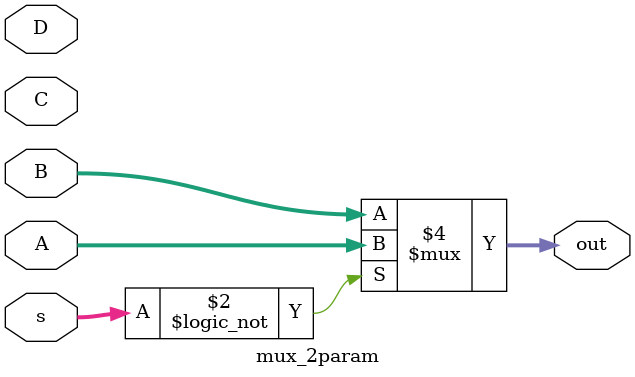
<source format=v>
module mux_2param #(parameter N=2, X = 16)
(
    input [X-1:0] A,B,C,D,
	input [1:0] s,
    output reg [X-1:0] out
    );
    
always @(*) begin
      case(N)
		3'b001 : begin
					if( s == 2'b00 )
						out = out;
					else
						out = A;
				end
	  
        3'b010 : begin
					if( s == 2'b00 )
						out = A;
					else
						out = B;
				end
				
		3'b011 :	begin
					if ( s == 2'b01 )
						out = B;
					else if (s == 2'b10)
						out = C;
					else if (s == 2'b11)
						out = D;
				end
				
		3'b100 :	begin
					if (s == 2'b00)
						out = A;
					else if (s == 2'b01)
						out = B;
					else if (s == 2'b10)
						out = C;
					else if (s == 2'b11)
						out = D;
				end
      endcase 
end
endmodule

</source>
